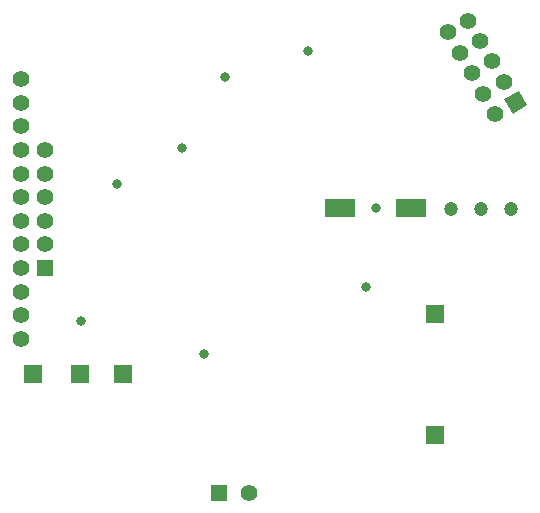
<source format=gbr>
%FSLAX46Y46*%
G04 Gerber Fmt 4.6, Leading zero omitted, Abs format (unit mm)*
G04 Created by KiCad (PCBNEW (2014-08-05 BZR 5054)-product) date Wed 24 Dec 2014 13:00:33 ACDT*
%MOMM*%
G01*
G04 APERTURE LIST*
%ADD10C,0.150000*%
%ADD11R,1.397000X1.397000*%
%ADD12C,1.397000*%
%ADD13C,1.200000*%
%ADD14C,1.400000*%
%ADD15R,1.400000X1.400000*%
%ADD16R,1.500000X1.500000*%
%ADD17C,0.800000*%
%ADD18R,2.500000X1.500000*%
G04 APERTURE END LIST*
D10*
D11*
X198730000Y-124000000D03*
D12*
X201270000Y-124000000D03*
D13*
X218400000Y-100000000D03*
X220940000Y-100000000D03*
X223480000Y-100000000D03*
D14*
X184000000Y-101000000D03*
X184000000Y-103000000D03*
D15*
X184000000Y-105000000D03*
D14*
X184000000Y-99000000D03*
X184000000Y-97000000D03*
X184000000Y-95000000D03*
X182000000Y-95000000D03*
X182000000Y-97000000D03*
X182000000Y-99000000D03*
X182000000Y-101000000D03*
X182000000Y-103000000D03*
X182000000Y-105000000D03*
X221866025Y-87500000D03*
X222866025Y-89232051D03*
D10*
G36*
X224822243Y-91220320D02*
X223609807Y-91920320D01*
X222909807Y-90707884D01*
X224122243Y-90007884D01*
X224822243Y-91220320D01*
X224822243Y-91220320D01*
G37*
D14*
X220866025Y-85767949D03*
X219866025Y-84035898D03*
X218133975Y-85035898D03*
X219133975Y-86767949D03*
X220133975Y-88500000D03*
X221133975Y-90232051D03*
X222133975Y-91964102D03*
X182000000Y-89000000D03*
X182000000Y-91000000D03*
X182000000Y-93000000D03*
X182000000Y-107000000D03*
X182000000Y-109000000D03*
X182000000Y-111000000D03*
D16*
X183000000Y-114000000D03*
X187000000Y-114000000D03*
X190600000Y-114000000D03*
X217000000Y-119100000D03*
X217000000Y-108900000D03*
D17*
X190120000Y-97920000D03*
X199300000Y-88800000D03*
X212030000Y-99870000D03*
X195620000Y-94800000D03*
X211200000Y-106600000D03*
X187050000Y-109450000D03*
X206300000Y-86600000D03*
D18*
X209000000Y-99950000D03*
X215000000Y-99950000D03*
D17*
X197450000Y-112250000D03*
M02*

</source>
